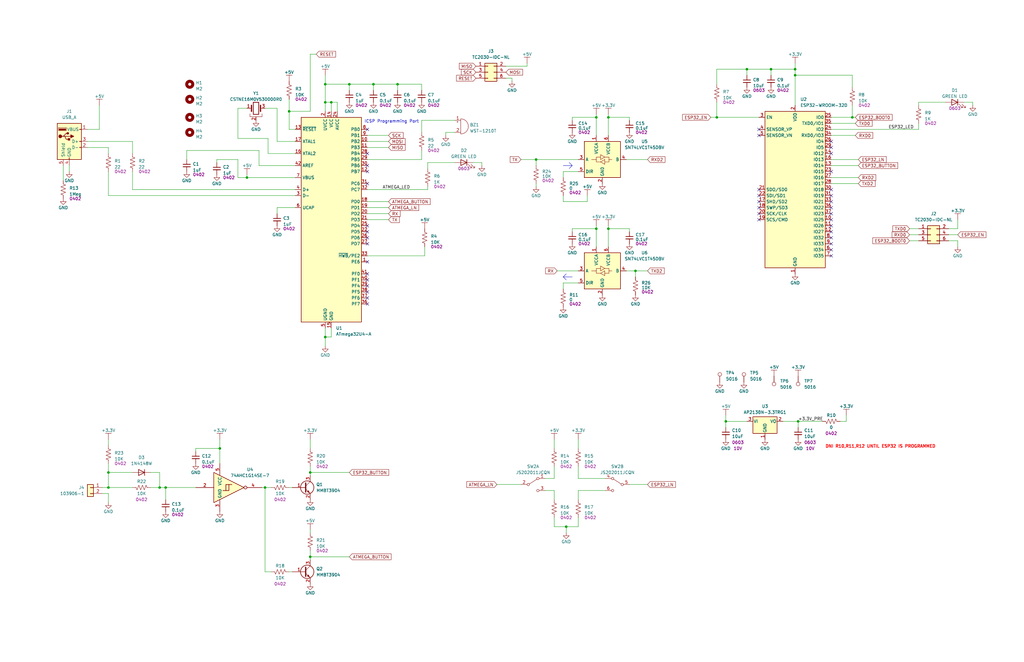
<source format=kicad_sch>
(kicad_sch (version 20230121) (generator eeschema)
  (paper "B")
  (lib_symbols
    (symbol "1Jarrett_Symbol_Library:+5V" (power) (pin_names (offset 0))
      (property "Value" "+5V" (at 0 3.81 0))
      (symbol "+5V_1_1"
        (pin power_in line (at 0 0 90) (length 0) hide (name "+5V") (number "1"))
      )
    )
    (symbol "74xGxx:74AHC1G14"
      (property "Reference" "U" (at -2.54 3.81 0))
      (property "Value" "74AHC1G14" (at 0 -3.81 0))
      (symbol "74AHC1G14_1_1"
        (pin input line (at -15.24 0 0) (length 7.62) (name "~") (number "2"))
        (pin power_in line (at -5.08 -10.16 90) (length 5.08) (name "GND") (number "3"))
        (pin output inverted (at 12.7 0 180) (length 7.62) (name "~") (number "4"))
        (pin power_in line (at -5.08 10.16 270) (length 5.08) (name "VCC") (number "5"))
      )
    )
    (symbol "Connector:TestPoint" (pin_numbers hide) (pin_names (offset 0.762) hide)
      (property "Reference" "TP" (at 0 6.858 0))
      (property "Value" "TestPoint" (at 0 5.08 0))
      (symbol "TestPoint_1_1"
        (pin passive line (at 0 0 90) (length 2.54) (name "1") (number "1"))
      )
    )
    (symbol "Connector:USB_A" (pin_names (offset 1.016))
      (property "Reference" "J" (at -5.08 11.43 0))
      (property "Value" "USB_A" (at -5.08 8.89 0))
      (symbol "USB_A_1_1"
        (pin power_in line (at 7.62 5.08 180) (length 2.54) (name "VBUS") (number "1"))
        (pin bidirectional line (at 7.62 -2.54 180) (length 2.54) (name "D-") (number "2"))
        (pin bidirectional line (at 7.62 0 180) (length 2.54) (name "D+") (number "3"))
        (pin power_in line (at 0 -10.16 90) (length 2.54) (name "GND") (number "4"))
        (pin passive line (at -2.54 -10.16 90) (length 2.54) (name "Shield") (number "5"))
      )
    )
    (symbol "Connector_Generic:Conn_01x02" (pin_names (offset 1.016) hide)
      (property "Reference" "J" (at 0 2.54 0))
      (property "Value" "Conn_01x02" (at 0 -5.08 0))
      (symbol "Conn_01x02_1_1"
        (pin passive line (at -5.08 0 0) (length 3.81) (name "Pin_1") (number "1"))
        (pin passive line (at -5.08 -2.54 0) (length 3.81) (name "Pin_2") (number "2"))
      )
    )
    (symbol "Connector_Generic:Conn_02x03_Odd_Even" (pin_names (offset 1.016) hide)
      (property "Reference" "J" (at 1.27 5.08 0))
      (property "Value" "Conn_02x03_Odd_Even" (at 1.27 -5.08 0))
      (symbol "Conn_02x03_Odd_Even_1_1"
        (pin passive line (at -5.08 2.54 0) (length 3.81) (name "Pin_1") (number "1"))
        (pin passive line (at 7.62 2.54 180) (length 3.81) (name "Pin_2") (number "2"))
        (pin passive line (at -5.08 0 0) (length 3.81) (name "Pin_3") (number "3"))
        (pin passive line (at 7.62 0 180) (length 3.81) (name "Pin_4") (number "4"))
        (pin passive line (at -5.08 -2.54 0) (length 3.81) (name "Pin_5") (number "5"))
        (pin passive line (at 7.62 -2.54 180) (length 3.81) (name "Pin_6") (number "6"))
      )
    )
    (symbol "Device:Buzzer" (pin_names (offset 0.0254) hide)
      (property "Reference" "BZ" (at 3.81 1.27 0))
      (property "Value" "Buzzer" (at 3.81 -1.27 0))
      (symbol "Buzzer_1_1"
        (pin passive line (at -2.54 2.54 0) (length 2.54) (name "-") (number "1"))
        (pin passive line (at -2.54 -2.54 0) (length 2.54) (name "+") (number "2"))
      )
    )
    (symbol "Device:C_Small" (pin_numbers hide) (pin_names (offset 0.254) hide)
      (property "Reference" "C" (at 0.254 1.778 0))
      (property "Value" "C_Small" (at 0.254 -2.032 0))
      (symbol "C_Small_1_1"
        (pin passive line (at 0 2.54 270) (length 2.032) (name "~") (number "1"))
        (pin passive line (at 0 -2.54 90) (length 2.032) (name "~") (number "2"))
      )
    )
    (symbol "Device:Crystal_GND2" (pin_names (offset 1.016) hide)
      (property "Reference" "Y" (at 0 5.715 0))
      (property "Value" "Crystal_GND2" (at 0 3.81 0))
      (symbol "Crystal_GND2_1_1"
        (pin passive line (at -3.81 0 0) (length 1.27) (name "1") (number "1"))
        (pin passive line (at 0 -5.08 90) (length 1.27) (name "2") (number "2"))
        (pin passive line (at 3.81 0 180) (length 1.27) (name "3") (number "3"))
      )
    )
    (symbol "Device:LED" (pin_numbers hide) (pin_names (offset 1.016) hide)
      (property "Reference" "D" (at 0 2.54 0))
      (property "Value" "LED" (at 0 -2.54 0))
      (symbol "LED_1_1"
        (pin passive line (at -3.81 0 0) (length 2.54) (name "K") (number "1"))
        (pin passive line (at 3.81 0 180) (length 2.54) (name "A") (number "2"))
      )
    )
    (symbol "Device:R_US" (pin_numbers hide) (pin_names (offset 0))
      (property "Reference" "R" (at 2.54 0 90))
      (property "Value" "R_US" (at -2.54 0 90))
      (symbol "R_US_1_1"
        (pin passive line (at 0 3.81 270) (length 1.27) (name "~") (number "1"))
        (pin passive line (at 0 -3.81 90) (length 1.27) (name "~") (number "2"))
      )
    )
    (symbol "Diode:1N4148W" (pin_numbers hide) (pin_names hide)
      (property "Reference" "D" (at 0 2.54 0))
      (property "Value" "1N4148W" (at 0 -2.54 0))
      (symbol "1N4148W_1_1"
        (pin passive line (at -3.81 0 0) (length 2.54) (name "K") (number "1"))
        (pin passive line (at 3.81 0 180) (length 2.54) (name "A") (number "2"))
      )
    )
    (symbol "Jannett_Symbol_Library:+3.3V" (power) (pin_names (offset 0))
      (property "Value" "+3.3V" (at 0 3.81 0))
      (symbol "+3.3V_1_1"
        (pin power_in line (at 0 0 90) (length 0) hide (name "+3.3V") (number "1"))
      )
    )
    (symbol "Jannett_Symbol_Library:+5V" (power) (pin_names (offset 0))
      (property "Value" "+5V" (at 0 3.81 0))
      (symbol "+5V_1_1"
        (pin power_in line (at 0 0 90) (length 0) hide (name "+5V") (number "1"))
      )
    )
    (symbol "Logic_LevelTranslator:SN74LVC1T45DBV"
      (property "Reference" "U" (at -6.35 8.89 0))
      (property "Value" "SN74LVC1T45DBV" (at 3.81 8.89 0))
      (symbol "SN74LVC1T45DBV_1_1"
        (pin power_in line (at -2.54 10.16 270) (length 2.54) (name "VCCA") (number "1"))
        (pin power_in line (at 0 -10.16 90) (length 2.54) (name "GND") (number "2"))
        (pin bidirectional line (at -10.16 0 0) (length 2.54) (name "A") (number "3"))
        (pin bidirectional line (at 10.16 0 180) (length 2.54) (name "B") (number "4"))
        (pin input line (at -10.16 -5.08 0) (length 2.54) (name "DIR") (number "5"))
        (pin power_in line (at 2.54 10.16 270) (length 2.54) (name "VCCB") (number "6"))
      )
    )
    (symbol "MCU_Microchip_ATmega:ATmega32U4-A"
      (property "Reference" "U" (at -12.7 44.45 0))
      (property "Value" "ATmega32U4-A" (at 2.54 -44.45 0))
      (symbol "ATmega32U4-A_1_1"
        (pin bidirectional line (at 15.24 -17.78 180) (length 2.54) (name "PE6") (number "1"))
        (pin bidirectional line (at 15.24 33.02 180) (length 2.54) (name "PB2") (number "10"))
        (pin bidirectional line (at 15.24 30.48 180) (length 2.54) (name "PB3") (number "11"))
        (pin bidirectional line (at 15.24 20.32 180) (length 2.54) (name "PB7") (number "12"))
        (pin input line (at -15.24 38.1 0) (length 2.54) (name "~{RESET}") (number "13"))
        (pin power_in line (at 0 45.72 270) (length 2.54) (name "VCC") (number "14"))
        (pin power_in line (at 0 -45.72 90) (length 2.54) (name "GND") (number "15"))
        (pin output line (at -15.24 27.94 0) (length 2.54) (name "XTAL2") (number "16"))
        (pin input line (at -15.24 33.02 0) (length 2.54) (name "XTAL1") (number "17"))
        (pin bidirectional line (at 15.24 7.62 180) (length 2.54) (name "PD0") (number "18"))
        (pin bidirectional line (at 15.24 5.08 180) (length 2.54) (name "PD1") (number "19"))
        (pin power_in line (at -2.54 45.72 270) (length 2.54) (name "UVCC") (number "2"))
        (pin bidirectional line (at 15.24 2.54 180) (length 2.54) (name "PD2") (number "20"))
        (pin bidirectional line (at 15.24 0 180) (length 2.54) (name "PD3") (number "21"))
        (pin bidirectional line (at 15.24 -5.08 180) (length 2.54) (name "PD5") (number "22"))
        (pin passive line (at 0 -45.72 90) (length 2.54) hide (name "GND") (number "23"))
        (pin power_in line (at 2.54 45.72 270) (length 2.54) (name "AVCC") (number "24"))
        (pin bidirectional line (at 15.24 -2.54 180) (length 2.54) (name "PD4") (number "25"))
        (pin bidirectional line (at 15.24 -7.62 180) (length 2.54) (name "PD6") (number "26"))
        (pin bidirectional line (at 15.24 -10.16 180) (length 2.54) (name "PD7") (number "27"))
        (pin bidirectional line (at 15.24 27.94 180) (length 2.54) (name "PB4") (number "28"))
        (pin bidirectional line (at 15.24 25.4 180) (length 2.54) (name "PB5") (number "29"))
        (pin bidirectional line (at -15.24 10.16 0) (length 2.54) (name "D-") (number "3"))
        (pin bidirectional line (at 15.24 22.86 180) (length 2.54) (name "PB6") (number "30"))
        (pin bidirectional line (at 15.24 15.24 180) (length 2.54) (name "PC6") (number "31"))
        (pin bidirectional line (at 15.24 12.7 180) (length 2.54) (name "PC7") (number "32"))
        (pin bidirectional line (at 15.24 -15.24 180) (length 2.54) (name "~{HWB}/PE2") (number "33"))
        (pin passive line (at 0 45.72 270) (length 2.54) hide (name "VCC") (number "34"))
        (pin passive line (at 0 -45.72 90) (length 2.54) hide (name "GND") (number "35"))
        (pin bidirectional line (at 15.24 -35.56 180) (length 2.54) (name "PF7") (number "36"))
        (pin bidirectional line (at 15.24 -33.02 180) (length 2.54) (name "PF6") (number "37"))
        (pin bidirectional line (at 15.24 -30.48 180) (length 2.54) (name "PF5") (number "38"))
        (pin bidirectional line (at 15.24 -27.94 180) (length 2.54) (name "PF4") (number "39"))
        (pin bidirectional line (at -15.24 12.7 0) (length 2.54) (name "D+") (number "4"))
        (pin bidirectional line (at 15.24 -25.4 180) (length 2.54) (name "PF1") (number "40"))
        (pin bidirectional line (at 15.24 -22.86 180) (length 2.54) (name "PF0") (number "41"))
        (pin passive line (at -15.24 22.86 0) (length 2.54) (name "AREF") (number "42"))
        (pin passive line (at 0 -45.72 90) (length 2.54) hide (name "GND") (number "43"))
        (pin passive line (at 2.54 45.72 270) (length 2.54) hide (name "AVCC") (number "44"))
        (pin passive line (at -2.54 -45.72 90) (length 2.54) (name "UGND") (number "5"))
        (pin passive line (at -15.24 5.08 0) (length 2.54) (name "UCAP") (number "6"))
        (pin input line (at -15.24 17.78 0) (length 2.54) (name "VBUS") (number "7"))
        (pin bidirectional line (at 15.24 38.1 180) (length 2.54) (name "PB0") (number "8"))
        (pin bidirectional line (at 15.24 35.56 180) (length 2.54) (name "PB1") (number "9"))
      )
    )
    (symbol "Mechanical:MountingHole" (pin_names (offset 1.016))
      (property "Reference" "H" (at 0 5.08 0))
      (property "Value" "MountingHole" (at 0 3.175 0))
    )
    (symbol "RF_Module:ESP32-WROOM-32D"
      (property "Reference" "U" (at -12.7 34.29 0))
      (property "Value" "ESP32-WROOM-32D" (at 1.27 34.29 0))
      (symbol "ESP32-WROOM-32D_1_1"
        (pin power_in line (at 0 -35.56 90) (length 2.54) (name "GND") (number "1"))
        (pin bidirectional line (at 15.24 -12.7 180) (length 2.54) (name "IO25") (number "10"))
        (pin bidirectional line (at 15.24 -15.24 180) (length 2.54) (name "IO26") (number "11"))
        (pin bidirectional line (at 15.24 -17.78 180) (length 2.54) (name "IO27") (number "12"))
        (pin bidirectional line (at 15.24 10.16 180) (length 2.54) (name "IO14") (number "13"))
        (pin bidirectional line (at 15.24 15.24 180) (length 2.54) (name "IO12") (number "14"))
        (pin passive line (at 0 -35.56 90) (length 2.54) hide (name "GND") (number "15"))
        (pin bidirectional line (at 15.24 12.7 180) (length 2.54) (name "IO13") (number "16"))
        (pin bidirectional line (at -15.24 -5.08 0) (length 2.54) (name "SHD/SD2") (number "17"))
        (pin bidirectional line (at -15.24 -7.62 0) (length 2.54) (name "SWP/SD3") (number "18"))
        (pin bidirectional line (at -15.24 -12.7 0) (length 2.54) (name "SCS/CMD") (number "19"))
        (pin power_in line (at 0 35.56 270) (length 2.54) (name "VDD") (number "2"))
        (pin bidirectional line (at -15.24 -10.16 0) (length 2.54) (name "SCK/CLK") (number "20"))
        (pin bidirectional line (at -15.24 0 0) (length 2.54) (name "SDO/SD0") (number "21"))
        (pin bidirectional line (at -15.24 -2.54 0) (length 2.54) (name "SDI/SD1") (number "22"))
        (pin bidirectional line (at 15.24 7.62 180) (length 2.54) (name "IO15") (number "23"))
        (pin bidirectional line (at 15.24 25.4 180) (length 2.54) (name "IO2") (number "24"))
        (pin bidirectional line (at 15.24 30.48 180) (length 2.54) (name "IO0") (number "25"))
        (pin bidirectional line (at 15.24 20.32 180) (length 2.54) (name "IO4") (number "26"))
        (pin bidirectional line (at 15.24 5.08 180) (length 2.54) (name "IO16") (number "27"))
        (pin bidirectional line (at 15.24 2.54 180) (length 2.54) (name "IO17") (number "28"))
        (pin bidirectional line (at 15.24 17.78 180) (length 2.54) (name "IO5") (number "29"))
        (pin input line (at -15.24 30.48 0) (length 2.54) (name "EN") (number "3"))
        (pin bidirectional line (at 15.24 0 180) (length 2.54) (name "IO18") (number "30"))
        (pin bidirectional line (at 15.24 -2.54 180) (length 2.54) (name "IO19") (number "31"))
        (pin no_connect line (at -12.7 -27.94 0) (length 2.54) hide (name "NC") (number "32"))
        (pin bidirectional line (at 15.24 -5.08 180) (length 2.54) (name "IO21") (number "33"))
        (pin bidirectional line (at 15.24 22.86 180) (length 2.54) (name "RXD0/IO3") (number "34"))
        (pin bidirectional line (at 15.24 27.94 180) (length 2.54) (name "TXD0/IO1") (number "35"))
        (pin bidirectional line (at 15.24 -7.62 180) (length 2.54) (name "IO22") (number "36"))
        (pin bidirectional line (at 15.24 -10.16 180) (length 2.54) (name "IO23") (number "37"))
        (pin passive line (at 0 -35.56 90) (length 2.54) hide (name "GND") (number "38"))
        (pin passive line (at 0 -35.56 90) (length 2.54) hide (name "GND") (number "39"))
        (pin input line (at -15.24 25.4 0) (length 2.54) (name "SENSOR_VP") (number "4"))
        (pin input line (at -15.24 22.86 0) (length 2.54) (name "SENSOR_VN") (number "5"))
        (pin input line (at 15.24 -25.4 180) (length 2.54) (name "IO34") (number "6"))
        (pin input line (at 15.24 -27.94 180) (length 2.54) (name "IO35") (number "7"))
        (pin bidirectional line (at 15.24 -20.32 180) (length 2.54) (name "IO32") (number "8"))
        (pin bidirectional line (at 15.24 -22.86 180) (length 2.54) (name "IO33") (number "9"))
      )
    )
    (symbol "Regulator_Linear:AP2127N3-1.5" (pin_names (offset 0.254))
      (property "Reference" "U" (at -3.81 3.175 0))
      (property "Value" "AP2127N3-1.5" (at 0 3.175 0))
      (symbol "AP2127N3-1.5_1_1"
        (pin power_in line (at 0 -7.62 90) (length 2.54) (name "GND") (number "1"))
        (pin power_out line (at 7.62 0 180) (length 2.54) (name "VO") (number "2"))
        (pin power_in line (at -7.62 0 0) (length 2.54) (name "VI") (number "3"))
      )
    )
    (symbol "Switch:SW_DPDT_x2" (pin_names (offset 0) hide)
      (property "Reference" "SW" (at 0 4.318 0))
      (property "Value" "SW_DPDT_x2" (at 0 -5.08 0))
      (symbol "SW_DPDT_x2_1_1"
        (pin passive line (at 5.08 2.54 180) (length 2.54) (name "A") (number "1"))
        (pin passive line (at -5.08 0 0) (length 2.54) (name "B") (number "2"))
        (pin passive line (at 5.08 -2.54 180) (length 2.54) (name "C") (number "3"))
      )
      (symbol "SW_DPDT_x2_2_1"
        (pin passive line (at 5.08 2.54 180) (length 2.54) (name "A") (number "4"))
        (pin passive line (at -5.08 0 0) (length 2.54) (name "B") (number "5"))
        (pin passive line (at 5.08 -2.54 180) (length 2.54) (name "C") (number "6"))
      )
    )
    (symbol "Transistor_BJT:MMBT3904" (pin_names (offset 0) hide)
      (property "Reference" "Q" (at 5.08 1.905 0))
      (property "Value" "MMBT3904" (at 5.08 0 0))
      (symbol "MMBT3904_1_1"
        (pin input line (at -5.08 0 0) (length 5.715) (name "B") (number "1"))
        (pin passive line (at 2.54 -5.08 90) (length 2.54) (name "E") (number "2"))
        (pin passive line (at 2.54 5.08 270) (length 2.54) (name "C") (number "3"))
      )
    )
    (symbol "power:GND" (power) (pin_names (offset 0))
      (property "Value" "GND" (at 0 -3.81 0))
      (symbol "GND_1_1"
        (pin power_in line (at 0 0 270) (length 0) hide (name "GND") (number "1"))
      )
    )
  )
  (junction (at 251.46 49.53))
  (junction (at 69.85 205.74))
  (junction (at 139.7 43.18))
  (junction (at 335.28 31.75))
  (junction (at 147.32 35.56))
  (junction (at 157.48 35.56))
  (junction (at 137.16 142.24))
  (junction (at 130.81 234.95))
  (junction (at 92.71 189.23))
  (junction (at 325.12 29.21))
  (junction (at 104.14 74.93))
  (junction (at 167.64 35.56))
  (junction (at 45.72 199.39))
  (junction (at 137.16 35.56))
  (junction (at 45.72 205.74))
  (junction (at 336.55 177.8))
  (junction (at 238.76 222.25))
  (junction (at 335.28 29.21))
  (junction (at 111.76 205.74))
  (junction (at 359.41 49.53))
  (junction (at 256.54 96.52))
  (junction (at 226.06 67.31))
  (junction (at 137.16 43.18))
  (junction (at 306.07 177.8))
  (junction (at 67.31 205.74))
  (junction (at 302.26 49.53))
  (junction (at 121.92 46.99))
  (junction (at 130.81 199.39))
  (junction (at 251.46 96.52))
  (junction (at 256.54 49.53))
  (junction (at 267.97 114.3))
  (junction (at 314.96 29.21))
  (no_connect (at 154.94 72.39))
  (no_connect (at 350.52 64.77))
  (no_connect (at 320.04 80.01))
  (no_connect (at 154.94 128.27))
  (no_connect (at 320.04 92.71))
  (no_connect (at 350.52 95.25))
  (no_connect (at 320.04 57.15))
  (no_connect (at 350.52 90.17))
  (no_connect (at 154.94 123.19))
  (no_connect (at 350.52 105.41))
  (no_connect (at 154.94 125.73))
  (no_connect (at 154.94 110.49))
  (no_connect (at 154.94 118.11))
  (no_connect (at 320.04 82.55))
  (no_connect (at 350.52 92.71))
  (no_connect (at 154.94 115.57))
  (no_connect (at 350.52 85.09))
  (no_connect (at 154.94 102.87))
  (no_connect (at 350.52 72.39))
  (no_connect (at 350.52 107.95))
  (no_connect (at 350.52 100.33))
  (no_connect (at 320.04 90.17))
  (no_connect (at 154.94 100.33))
  (no_connect (at 154.94 77.47))
  (no_connect (at 350.52 62.23))
  (no_connect (at 320.04 87.63))
  (no_connect (at 154.94 95.25))
  (no_connect (at 350.52 102.87))
  (no_connect (at 350.52 59.69))
  (no_connect (at 154.94 64.77))
  (no_connect (at 350.52 82.55))
  (no_connect (at 154.94 120.65))
  (no_connect (at 154.94 97.79))
  (no_connect (at 154.94 54.61))
  (no_connect (at 350.52 87.63))
  (no_connect (at 320.04 54.61))
  (no_connect (at 350.52 80.01))
  (no_connect (at 154.94 69.85))
  (no_connect (at 320.04 85.09))
  (no_connect (at 350.52 97.79))
  (wire (pts (xy 330.2 177.8) (xy 336.55 177.8)))
  (wire (pts (xy 359.41 49.53) (xy 350.52 49.53)))
  (wire (pts (xy 177.8 63.5) (xy 177.8 67.31)))
  (wire (pts (xy 256.54 48.26) (xy 256.54 49.53)))
  (wire (pts (xy 265.43 96.52) (xy 256.54 96.52)))
  (wire (pts (xy 100.33 58.42) (xy 113.03 58.42)))
  (wire (pts (xy 121.92 41.91) (xy 121.92 46.99)))
  (wire (pts (xy 177.8 50.8) (xy 191.77 50.8)))
  (wire (pts (xy 29.21 69.85) (xy 29.21 72.39)))
  (wire (pts (xy 167.64 35.56) (xy 157.48 35.56)))
  (wire (pts (xy 335.28 31.75) (xy 335.28 44.45)))
  (wire (pts (xy 121.92 205.74) (xy 123.19 205.74)))
  (wire (pts (xy 114.3 241.3) (xy 111.76 241.3)))
  (wire (pts (xy 237.49 119.38) (xy 237.49 121.92)))
  (wire (pts (xy 154.94 92.71) (xy 163.83 92.71)))
  (wire (pts (xy 403.86 96.52) (xy 400.05 96.52)))
  (wire (pts (xy 360.68 57.15) (xy 350.52 57.15)))
  (wire (pts (xy 177.8 38.1) (xy 177.8 35.56)))
  (wire (pts (xy 265.43 204.47) (xy 273.05 204.47)))
  (wire (pts (xy 69.85 205.74) (xy 69.85 210.82)))
  (wire (pts (xy 306.07 177.8) (xy 306.07 175.26)))
  (wire (pts (xy 36.83 62.23) (xy 45.72 62.23)))
  (wire (pts (xy 78.74 63.5) (xy 109.22 63.5)))
  (wire (pts (xy 403.86 99.06) (xy 400.05 99.06)))
  (wire (pts (xy 179.07 107.95) (xy 179.07 104.14)))
  (wire (pts (xy 121.92 46.99) (xy 121.92 54.61)))
  (wire (pts (xy 247.65 82.55) (xy 247.65 85.09)))
  (wire (pts (xy 55.88 80.01) (xy 124.46 80.01)))
  (wire (pts (xy 137.16 138.43) (xy 137.16 142.24)))
  (wire (pts (xy 306.07 177.8) (xy 306.07 180.34)))
  (wire (pts (xy 139.7 46.99) (xy 139.7 43.18)))
  (wire (pts (xy 243.84 207.01) (xy 243.84 210.82)))
  (wire (pts (xy 91.44 67.31) (xy 91.44 68.58)))
  (wire (pts (xy 237.49 85.09) (xy 247.65 85.09)))
  (wire (pts (xy 350.52 54.61) (xy 387.35 54.61)))
  (wire (pts (xy 130.81 232.41) (xy 130.81 234.95)))
  (wire (pts (xy 226.06 67.31) (xy 243.84 67.31)))
  (wire (pts (xy 251.46 95.25) (xy 251.46 96.52)))
  (wire (pts (xy 45.72 185.42) (xy 45.72 187.96)))
  (wire (pts (xy 226.06 78.74) (xy 226.06 77.47)))
  (wire (pts (xy 350.52 74.93) (xy 361.95 74.93)))
  (wire (pts (xy 43.18 208.28) (xy 45.72 208.28)))
  (wire (pts (xy 147.32 35.56) (xy 137.16 35.56)))
  (wire (pts (xy 229.87 201.93) (xy 233.68 201.93)))
  (wire (pts (xy 45.72 208.28) (xy 45.72 212.09)))
  (wire (pts (xy 403.86 104.14) (xy 403.86 101.6)))
  (wire (pts (xy 299.72 49.53) (xy 302.26 49.53)))
  (wire (pts (xy 130.81 234.95) (xy 130.81 236.22)))
  (wire (pts (xy 104.14 74.93) (xy 124.46 74.93)))
  (wire (pts (xy 167.64 38.1) (xy 167.64 35.56)))
  (wire (pts (xy 335.28 29.21) (xy 335.28 31.75)))
  (wire (pts (xy 69.85 205.74) (xy 82.55 205.74)))
  (wire (pts (xy 124.46 82.55) (xy 45.72 82.55)))
  (wire (pts (xy 264.16 67.31) (xy 273.05 67.31)))
  (wire (pts (xy 410.21 43.18) (xy 410.21 44.45)))
  (wire (pts (xy 226.06 67.31) (xy 226.06 69.85)))
  (wire (pts (xy 350.52 69.85) (xy 361.95 69.85)))
  (wire (pts (xy 383.54 99.06) (xy 387.35 99.06)))
  (wire (pts (xy 346.71 177.8) (xy 336.55 177.8)))
  (wire (pts (xy 111.76 205.74) (xy 114.3 205.74)))
  (wire (pts (xy 199.39 68.58) (xy 203.2 68.58)))
  (wire (pts (xy 113.03 64.77) (xy 113.03 58.42)))
  (wire (pts (xy 406.4 43.18) (xy 410.21 43.18)))
  (wire (pts (xy 233.68 222.25) (xy 233.68 218.44)))
  (wire (pts (xy 130.81 223.52) (xy 130.81 224.79)))
  (wire (pts (xy 124.46 64.77) (xy 113.03 64.77)))
  (wire (pts (xy 124.46 59.69) (xy 116.84 59.69)))
  (wire (pts (xy 237.49 72.39) (xy 237.49 74.93)))
  (wire (pts (xy 387.35 43.18) (xy 398.78 43.18)))
  (wire (pts (xy 243.84 72.39) (xy 237.49 72.39)))
  (wire (pts (xy 67.31 205.74) (xy 69.85 205.74)))
  (wire (pts (xy 314.96 177.8) (xy 306.07 177.8)))
  (wire (pts (xy 180.34 68.58) (xy 180.34 71.12)))
  (wire (pts (xy 137.16 31.75) (xy 137.16 35.56)))
  (wire (pts (xy 241.3 96.52) (xy 241.3 97.79)))
  (wire (pts (xy 45.72 205.74) (xy 55.88 205.74)))
  (wire (pts (xy 45.72 72.39) (xy 45.72 82.55)))
  (wire (pts (xy 233.68 210.82) (xy 233.68 207.01)))
  (wire (pts (xy 92.71 185.42) (xy 92.71 189.23)))
  (wire (pts (xy 41.91 44.45) (xy 41.91 54.61)))
  (polyline (pts (xy 238.76 118.11) (xy 237.49 116.84)))
  (wire (pts (xy 130.81 199.39) (xy 130.81 200.66)))
  (wire (pts (xy 142.24 46.99) (xy 142.24 43.18)))
  (wire (pts (xy 154.94 90.17) (xy 163.83 90.17)))
  (wire (pts (xy 243.84 222.25) (xy 238.76 222.25)))
  (wire (pts (xy 55.88 72.39) (xy 55.88 80.01)))
  (wire (pts (xy 256.54 96.52) (xy 256.54 104.14)))
  (wire (pts (xy 154.94 80.01) (xy 180.34 80.01)))
  (wire (pts (xy 45.72 199.39) (xy 45.72 205.74)))
  (wire (pts (xy 222.25 27.94) (xy 213.36 27.94)))
  (wire (pts (xy 26.67 69.85) (xy 26.67 76.2)))
  (wire (pts (xy 116.84 87.63) (xy 124.46 87.63)))
  (wire (pts (xy 130.81 22.86) (xy 133.35 22.86)))
  (wire (pts (xy 67.31 205.74) (xy 63.5 205.74)))
  (wire (pts (xy 167.64 35.56) (xy 177.8 35.56)))
  (wire (pts (xy 130.81 199.39) (xy 147.32 199.39)))
  (wire (pts (xy 403.86 101.6) (xy 400.05 101.6)))
  (wire (pts (xy 142.24 43.18) (xy 139.7 43.18)))
  (wire (pts (xy 359.41 31.75) (xy 359.41 36.83)))
  (wire (pts (xy 154.94 107.95) (xy 179.07 107.95)))
  (wire (pts (xy 251.46 104.14) (xy 251.46 96.52)))
  (wire (pts (xy 110.49 205.74) (xy 111.76 205.74)))
  (wire (pts (xy 265.43 50.8) (xy 265.43 49.53)))
  (wire (pts (xy 45.72 195.58) (xy 45.72 199.39)))
  (wire (pts (xy 187.96 55.88) (xy 187.96 57.15)))
  (wire (pts (xy 123.19 241.3) (xy 121.92 241.3)))
  (wire (pts (xy 137.16 142.24) (xy 137.16 146.05)))
  (polyline (pts (xy 241.3 69.85) (xy 240.03 71.12)))
  (wire (pts (xy 191.77 55.88) (xy 187.96 55.88)))
  (wire (pts (xy 78.74 63.5) (xy 78.74 67.31)))
  (wire (pts (xy 154.94 57.15) (xy 163.83 57.15)))
  (wire (pts (xy 124.46 54.61) (xy 121.92 54.61)))
  (wire (pts (xy 234.95 114.3) (xy 243.84 114.3)))
  (wire (pts (xy 383.54 101.6) (xy 387.35 101.6)))
  (wire (pts (xy 219.71 204.47) (xy 209.55 204.47)))
  (wire (pts (xy 403.86 92.71) (xy 403.86 96.52)))
  (wire (pts (xy 100.33 58.42) (xy 100.33 45.72)))
  (wire (pts (xy 325.12 29.21) (xy 335.28 29.21)))
  (wire (pts (xy 45.72 199.39) (xy 55.88 199.39)))
  (wire (pts (xy 360.68 49.53) (xy 359.41 49.53)))
  (wire (pts (xy 116.84 59.69) (xy 116.84 45.72)))
  (wire (pts (xy 267.97 114.3) (xy 273.05 114.3)))
  (wire (pts (xy 92.71 189.23) (xy 92.71 195.58)))
  (wire (pts (xy 154.94 87.63) (xy 163.83 87.63)))
  (wire (pts (xy 387.35 52.07) (xy 387.35 54.61)))
  (wire (pts (xy 163.83 85.09) (xy 154.94 85.09)))
  (wire (pts (xy 314.96 29.21) (xy 314.96 31.75)))
  (wire (pts (xy 256.54 49.53) (xy 256.54 57.15)))
  (wire (pts (xy 350.52 77.47) (xy 361.95 77.47)))
  (wire (pts (xy 264.16 114.3) (xy 267.97 114.3)))
  (wire (pts (xy 255.27 201.93) (xy 243.84 201.93)))
  (wire (pts (xy 180.34 78.74) (xy 180.34 80.01)))
  (wire (pts (xy 243.84 201.93) (xy 243.84 196.85)))
  (polyline (pts (xy 240.03 68.58) (xy 241.3 69.85)))
  (wire (pts (xy 243.84 119.38) (xy 237.49 119.38)))
  (polyline (pts (xy 237.49 116.84) (xy 241.3 116.84)))
  (wire (pts (xy 63.5 199.39) (xy 67.31 199.39)))
  (wire (pts (xy 121.92 46.99) (xy 130.81 46.99)))
  (wire (pts (xy 157.48 35.56) (xy 147.32 35.56)))
  (wire (pts (xy 243.84 218.44) (xy 243.84 222.25)))
  (wire (pts (xy 359.41 31.75) (xy 335.28 31.75)))
  (wire (pts (xy 116.84 90.17) (xy 116.84 87.63)))
  (wire (pts (xy 45.72 62.23) (xy 45.72 64.77)))
  (wire (pts (xy 147.32 35.56) (xy 147.32 38.1)))
  (wire (pts (xy 360.68 52.07) (xy 350.52 52.07)))
  (wire (pts (xy 251.46 57.15) (xy 251.46 49.53)))
  (wire (pts (xy 243.84 185.42) (xy 243.84 189.23)))
  (wire (pts (xy 109.22 69.85) (xy 109.22 63.5)))
  (wire (pts (xy 325.12 29.21) (xy 325.12 31.75)))
  (wire (pts (xy 222.25 26.67) (xy 222.25 27.94)))
  (wire (pts (xy 256.54 95.25) (xy 256.54 96.52)))
  (wire (pts (xy 325.12 29.21) (xy 314.96 29.21)))
  (wire (pts (xy 130.81 185.42) (xy 130.81 189.23)))
  (wire (pts (xy 251.46 48.26) (xy 251.46 49.53)))
  (wire (pts (xy 100.33 45.72) (xy 104.14 45.72)))
  (wire (pts (xy 111.76 241.3) (xy 111.76 205.74)))
  (polyline (pts (xy 237.49 116.84) (xy 238.76 115.57)))
  (wire (pts (xy 130.81 196.85) (xy 130.81 199.39)))
  (polyline (pts (xy 241.3 69.85) (xy 237.49 69.85)))
  (wire (pts (xy 203.2 68.58) (xy 203.2 69.85)))
  (wire (pts (xy 336.55 177.8) (xy 336.55 180.34)))
  (wire (pts (xy 359.41 44.45) (xy 359.41 49.53)))
  (wire (pts (xy 302.26 29.21) (xy 314.96 29.21)))
  (wire (pts (xy 137.16 43.18) (xy 137.16 46.99)))
  (wire (pts (xy 251.46 96.52) (xy 241.3 96.52)))
  (wire (pts (xy 154.94 67.31) (xy 177.8 67.31)))
  (wire (pts (xy 387.35 43.18) (xy 387.35 44.45)))
  (wire (pts (xy 82.55 190.5) (xy 82.55 189.23)))
  (wire (pts (xy 255.27 207.01) (xy 243.84 207.01)))
  (wire (pts (xy 383.54 96.52) (xy 387.35 96.52)))
  (wire (pts (xy 215.9 34.29) (xy 215.9 33.02)))
  (wire (pts (xy 237.49 82.55) (xy 237.49 85.09)))
  (wire (pts (xy 139.7 138.43) (xy 139.7 142.24)))
  (wire (pts (xy 36.83 59.69) (xy 55.88 59.69)))
  (wire (pts (xy 267.97 114.3) (xy 267.97 116.84)))
  (wire (pts (xy 124.46 69.85) (xy 109.22 69.85)))
  (wire (pts (xy 302.26 49.53) (xy 320.04 49.53)))
  (wire (pts (xy 154.94 62.23) (xy 163.83 62.23)))
  (wire (pts (xy 233.68 201.93) (xy 233.68 196.85)))
  (wire (pts (xy 139.7 43.18) (xy 137.16 43.18)))
  (wire (pts (xy 356.87 177.8) (xy 356.87 175.26)))
  (wire (pts (xy 233.68 185.42) (xy 233.68 189.23)))
  (wire (pts (xy 82.55 189.23) (xy 92.71 189.23)))
  (wire (pts (xy 67.31 199.39) (xy 67.31 205.74)))
  (wire (pts (xy 265.43 49.53) (xy 256.54 49.53)))
  (wire (pts (xy 238.76 222.25) (xy 233.68 222.25)))
  (wire (pts (xy 350.52 67.31) (xy 361.95 67.31)))
  (wire (pts (xy 43.18 205.74) (xy 45.72 205.74)))
  (wire (pts (xy 335.28 26.67) (xy 335.28 29.21)))
  (wire (pts (xy 302.26 35.56) (xy 302.26 29.21)))
  (wire (pts (xy 215.9 33.02) (xy 213.36 33.02)))
  (wire (pts (xy 177.8 55.88) (xy 177.8 50.8)))
  (wire (pts (xy 251.46 49.53) (xy 241.3 49.53)))
  (wire (pts (xy 36.83 54.61) (xy 41.91 54.61)))
  (wire (pts (xy 233.68 207.01) (xy 229.87 207.01)))
  (wire (pts (xy 219.71 67.31) (xy 226.06 67.31)))
  (wire (pts (xy 116.84 45.72) (xy 111.76 45.72)))
  (wire (pts (xy 238.76 222.25) (xy 238.76 224.79)))
  (wire (pts (xy 265.43 97.79) (xy 265.43 96.52)))
  (wire (pts (xy 180.34 68.58) (xy 191.77 68.58)))
  (wire (pts (xy 130.81 234.95) (xy 147.32 234.95)))
  (wire (pts (xy 157.48 35.56) (xy 157.48 38.1)))
  (wire (pts (xy 104.14 73.66) (xy 104.14 74.93)))
  (wire (pts (xy 139.7 142.24) (xy 137.16 142.24)))
  (wire (pts (xy 154.94 59.69) (xy 163.83 59.69)))
  (wire (pts (xy 241.3 49.53) (xy 241.3 50.8)))
  (wire (pts (xy 100.33 74.93) (xy 100.33 67.31)))
  (wire (pts (xy 104.14 74.93) (xy 100.33 74.93)))
  (wire (pts (xy 137.16 35.56) (xy 137.16 43.18)))
  (wire (pts (xy 55.88 59.69) (xy 55.88 64.77)))
  (wire (pts (xy 100.33 67.31) (xy 91.44 67.31)))
  (wire (pts (xy 356.87 177.8) (xy 354.33 177.8)))
  (wire (pts (xy 302.26 43.18) (xy 302.26 49.53)))
  (wire (pts (xy 130.81 22.86) (xy 130.81 46.99)))
  (text "DNI R10,R11,R12 UNTIL ESP32 IS PROGRAMMED" (at 347.98 189.23 0) (effects (font (size 1.27 1.27) (thickness 0.254) bold) (justify left bottom)))
  (text "ICSP Programming Port" (at 153.67 52.07 0) (effects (font (size 1.27 1.27)) (justify left bottom)))
  (label "ATMEGA_LED" (at 161.29 80.01 0))
  (label "+3.3V_PRE" (at 336.55 177.8 0))
  (label "ESP32_LED" (at 374.65 54.61 0))
  (global_label "ESP32_BUTTON" (shape input) (at 147.32 199.39 0) (property "Intersheetrefs" "${INTERSHEET_REFS}" (effects hide)))
  (global_label "ESP32_LN" (shape input) (at 273.05 204.47 0) (property "Intersheetrefs" "${INTERSHEET_REFS}" (effects hide)))
  (global_label "TXD0" (shape input) (at 360.68 52.07 0) (property "Intersheetrefs" "${INTERSHEET_REFS}" (effects hide)))
  (global_label "RXD0" (shape input) (at 383.54 99.06 180) (property "Intersheetrefs" "${INTERSHEET_REFS}" (effects hide)))
  (global_label "ESP32_EN" (shape input) (at 403.86 99.06 0) (property "Intersheetrefs" "${INTERSHEET_REFS}" (effects hide)))
  (global_label "RX" (shape input) (at 234.95 114.3 180) (property "Intersheetrefs" "${INTERSHEET_REFS}" (effects hide)))
  (global_label "ESP32_BOOT0" (shape input) (at 360.68 49.53 0) (property "Intersheetrefs" "${INTERSHEET_REFS}" (effects hide)))
  (global_label "TX" (shape input) (at 219.71 67.31 180) (property "Intersheetrefs" "${INTERSHEET_REFS}" (effects hide)))
  (global_label "SCK" (shape input) (at 200.66 30.48 180) (property "Intersheetrefs" "${INTERSHEET_REFS}" (effects hide)))
  (global_label "TXD0" (shape input) (at 383.54 96.52 180) (property "Intersheetrefs" "${INTERSHEET_REFS}" (effects hide)))
  (global_label "RXD2" (shape input) (at 273.05 67.31 0) (property "Intersheetrefs" "${INTERSHEET_REFS}" (effects hide)))
  (global_label "RXD2" (shape input) (at 361.95 74.93 0) (property "Intersheetrefs" "${INTERSHEET_REFS}" (effects hide)))
  (global_label "ATMEGA_BUTTON" (shape input) (at 163.83 85.09 0) (property "Intersheetrefs" "${INTERSHEET_REFS}" (effects hide)))
  (global_label "TX" (shape input) (at 163.83 92.71 0) (property "Intersheetrefs" "${INTERSHEET_REFS}" (effects hide)))
  (global_label "ESP32_BOOT0" (shape input) (at 383.54 101.6 180) (property "Intersheetrefs" "${INTERSHEET_REFS}" (effects hide)))
  (global_label "SCK" (shape input) (at 163.83 57.15 0) (property "Intersheetrefs" "${INTERSHEET_REFS}" (effects hide)))
  (global_label "ESP32_EN" (shape input) (at 299.72 49.53 180) (property "Intersheetrefs" "${INTERSHEET_REFS}" (effects hide)))
  (global_label "TXD2" (shape input) (at 361.95 77.47 0) (property "Intersheetrefs" "${INTERSHEET_REFS}" (effects hide)))
  (global_label "RESET" (shape input) (at 133.35 22.86 0) (property "Intersheetrefs" "${INTERSHEET_REFS}" (effects hide)))
  (global_label "RX" (shape input) (at 163.83 90.17 0) (property "Intersheetrefs" "${INTERSHEET_REFS}" (effects hide)))
  (global_label "ATMEGA_BUTTON" (shape input) (at 147.32 234.95 0) (property "Intersheetrefs" "${INTERSHEET_REFS}" (effects hide)))
  (global_label "ATMEGA_LN" (shape input) (at 209.55 204.47 180) (property "Intersheetrefs" "${INTERSHEET_REFS}" (effects hide)))
  (global_label "MOSI" (shape input) (at 213.36 30.48 0) (property "Intersheetrefs" "${INTERSHEET_REFS}" (effects hide)))
  (global_label "RXD0" (shape input) (at 360.68 57.15 0) (property "Intersheetrefs" "${INTERSHEET_REFS}" (effects hide)))
  (global_label "RESET" (shape input) (at 200.66 33.02 180) (property "Intersheetrefs" "${INTERSHEET_REFS}" (effects hide)))
  (global_label "ATMEGA_LN" (shape input) (at 163.83 87.63 0) (property "Intersheetrefs" "${INTERSHEET_REFS}" (effects hide)))
  (global_label "ESP32_BUTTON" (shape input) (at 361.95 69.85 0) (property "Intersheetrefs" "${INTERSHEET_REFS}" (effects hide)))
  (global_label "MOSI" (shape input) (at 163.83 59.69 0) (property "Intersheetrefs" "${INTERSHEET_REFS}" (effects hide)))
  (global_label "MISO" (shape input) (at 163.83 62.23 0) (property "Intersheetrefs" "${INTERSHEET_REFS}" (effects hide)))
  (global_label "TXD2" (shape input) (at 273.05 114.3 0) (property "Intersheetrefs" "${INTERSHEET_REFS}" (effects hide)))
  (global_label "MISO" (shape input) (at 200.66 27.94 180) (property "Intersheetrefs" "${INTERSHEET_REFS}" (effects hide)))
  (global_label "ESP32_LN" (shape input) (at 361.95 67.31 0) (property "Intersheetrefs" "${INTERSHEET_REFS}" (effects hide)))
  (symbol (lib_id "Device:C_Small") (at 306.07 182.88 0) (unit 1)
    (property "Reference" "C10" (at 308.61 181.6163 0) (effects (justify left)))
    (property "Value" "10uF" (at 308.61 184.1563 0) (effects (justify left)))
    (property "Footprint" "Capacitor_SMD:C_0603_1608Metric" (effects hide))
    (property "Voltage" "10V" (at 311.15 189.23 0))
    (property "Package" "0603" (at 311.15 186.69 0))
    (property "Part Number" "GRT188R61C106ME13D" (effects hide))
  )
  (symbol (lib_id "Device:R_US") (at 233.68 193.04 0) (unit 1)
    (property "Reference" "R14" (at 236.22 192.405 0) (effects (justify left)))
    (property "Value" "10K" (at 236.22 194.945 0) (effects (justify left)))
    (property "Footprint" "Resistor_SMD:R_0402_1005Metric" (effects hide))
    (property "Package" "0402" (at 238.76 196.85 0))
  )
  (symbol (lib_id "Device:R_US") (at 45.72 68.58 0) (unit 1)
    (property "Reference" "R1" (at 48.26 67.945 0) (effects (justify left)))
    (property "Value" "22" (at 48.26 70.485 0) (effects (justify left)))
    (property "Footprint" "Resistor_SMD:R_0402_1005Metric" (effects hide))
    (property "Package" "0402" (at 50.8 72.39 0))
  )
  (symbol (lib_id "power:GND") (at 254 77.47 0) (unit 1)
    (property "Reference" "#PWR054" (effects hide))
    (property "Value" "GND" (at 254 81.28 0))
  )
  (symbol (lib_id "power:GND") (at 78.74 72.39 0) (unit 1)
    (property "Reference" "#PWR03" (effects hide))
    (property "Value" "GND" (at 78.74 76.2 0))
  )
  (symbol (lib_id "Connector:TestPoint") (at 326.39 158.75 180) (unit 1)
    (property "Reference" "TP6" (at 328.93 160.782 0) (effects (justify right)))
    (property "Value" "5016" (at 328.93 163.322 0) (effects (justify right)))
    (property "Footprint" "Jarrett_Footprint_Library:TestPoint_Keystone_5016_Compact" (effects hide))
    (property "Package" "5016" (effects hide))
    (property "Part Number" "5016" (effects hide))
  )
  (symbol (lib_id "Device:C_Small") (at 69.85 213.36 0) (unit 1)
    (property "Reference" "C13" (at 72.39 212.7313 0) (effects (justify left)))
    (property "Value" "0.1uF" (at 72.39 215.2713 0) (effects (justify left)))
    (property "Footprint" "Capacitor_SMD:C_0402_1005Metric" (effects hide))
    (property "Package" "0402" (at 74.93 217.17 0))
  )
  (symbol (lib_id "power:GND") (at 167.64 43.18 0) (unit 1)
    (property "Reference" "#PWR014" (effects hide))
    (property "Value" "GND" (at 167.64 46.99 0))
  )
  (symbol (lib_id "Device:R_US") (at 26.67 80.01 0) (unit 1)
    (property "Reference" "R13" (at 29.21 79.375 0) (effects (justify left)))
    (property "Value" "1Meg" (at 29.21 81.915 0) (effects (justify left)))
    (property "Footprint" "Resistor_SMD:R_0402_1005Metric" (effects hide))
    (property "Package" "0402" (at 31.75 83.82 0))
  )
  (symbol (lib_id "Connector:TestPoint") (at 313.69 161.29 0) (unit 1)
    (property "Reference" "TP5" (at 316.23 157.353 0) (effects (justify left)))
    (property "Value" "5016" (at 316.23 159.893 0) (effects (justify left)))
    (property "Footprint" "Jarrett_Footprint_Library:TestPoint_Keystone_5016_Compact" (effects hide))
    (property "Package" "5016" (effects hide))
    (property "Part Number" "5016" (effects hide))
  )
  (symbol (lib_id "power:GND") (at 116.84 95.25 0) (unit 1)
    (property "Reference" "#PWR08" (effects hide))
    (property "Value" "GND" (at 116.84 99.06 0))
  )
  (symbol (lib_id "Device:R_US") (at 243.84 214.63 0) (unit 1)
    (property "Reference" "R17" (at 246.38 213.995 0) (effects (justify left)))
    (property "Value" "10K" (at 246.38 216.535 0) (effects (justify left)))
    (property "Footprint" "Resistor_SMD:R_0402_1005Metric" (effects hide))
    (property "Package" "0402" (at 248.92 218.44 0))
  )
  (symbol (lib_id "1Jarrett_Symbol_Library:+5V") (at 179.07 96.52 0) (unit 1)
    (property "Reference" "#PWR015" (effects hide))
    (property "Value" "+5V" (at 179.07 92.71 0))
  )
  (symbol (lib_id "Device:R_US") (at 267.97 120.65 0) (unit 1)
    (property "Reference" "R26" (at 270.51 119.38 0) (effects (justify left)))
    (property "Value" "10K" (at 270.51 120.65 0) (effects (justify left top)))
    (property "Footprint" "Resistor_SMD:R_0402_1005Metric" (effects hide))
    (property "Package" "0402" (at 273.05 123.19 0))
  )
  (symbol (lib_id "Device:R_US") (at 55.88 68.58 0) (unit 1)
    (property "Reference" "R2" (at 58.42 67.945 0) (effects (justify left)))
    (property "Value" "22" (at 58.42 70.485 0) (effects (justify left)))
    (property "Footprint" "Resistor_SMD:R_0402_1005Metric" (effects hide))
    (property "Package" "0402" (at 60.96 72.39 0))
  )
  (symbol (lib_id "power:GND") (at 137.16 146.05 0) (unit 1)
    (property "Reference" "#PWR011" (effects hide))
    (property "Value" "GND" (at 137.16 149.86 0))
  )
  (symbol (lib_id "Device:Crystal_GND2") (at 107.95 45.72 0) (unit 1)
    (property "Reference" "Y1" (at 107.95 39.37 0))
    (property "Value" "CSTNE16M0V530000R0" (at 107.95 41.91 0))
    (property "Footprint" "Crystal:Resonator_SMD_Murata_CSTxExxV-3Pin_3.0x1.1mm_HandSoldering" (effects hide))
    (property "Part Number" "CSTNE16M0V530000R0" (effects hide))
  )
  (symbol (lib_id "power:GND") (at 238.76 224.79 0) (unit 1)
    (property "Reference" "#PWR038" (effects hide))
    (property "Value" "GND" (at 238.76 228.6 0))
  )
  (symbol (lib_id "power:GND") (at 215.9 34.29 0) (unit 1)
    (property "Reference" "#PWR024" (effects hide))
    (property "Value" "GND" (at 215.9 38.1 0))
  )
  (symbol (lib_id "Device:R_US") (at 130.81 193.04 0) (unit 1)
    (property "Reference" "R20" (at 133.35 192.405 0) (effects (justify left)))
    (property "Value" "10K" (at 133.35 194.945 0) (effects (justify left)))
    (property "Footprint" "Resistor_SMD:R_0402_1005Metric" (effects hide))
    (property "Package" "0402" (at 135.89 196.85 0))
  )
  (symbol (lib_id "1Jarrett_Symbol_Library:+5V") (at 137.16 31.75 0) (unit 1)
    (property "Reference" "#PWR09" (effects hide))
    (property "Value" "+5V" (at 137.16 27.94 0))
  )
  (symbol (lib_id "Jannett_Symbol_Library:+5V") (at 326.39 158.75 0) (unit 1)
    (property "Reference" "#PWR035" (effects hide))
    (property "Value" "+5V" (at 326.39 154.94 0))
  )
  (symbol (lib_id "power:GND") (at 187.96 57.15 0) (unit 1)
    (property "Reference" "#PWR018" (effects hide))
    (property "Value" "GND" (at 187.96 60.96 0))
  )
  (symbol (lib_id "1Jarrett_Symbol_Library:+5V") (at 222.25 26.67 0) (unit 1)
    (property "Reference" "#PWR025" (effects hide))
    (property "Value" "+5V" (at 222.25 22.86 0))
  )
  (symbol (lib_id "Device:C_Small") (at 241.3 100.33 0) (unit 1)
    (property "Reference" "C16" (at 243.84 99.06 0) (effects (justify left)))
    (property "Value" "0.1uF" (at 243.84 100.33 0) (effects (justify left top)))
    (property "Footprint" "Capacitor_SMD:C_0402_1005Metric" (effects hide))
    (property "Package" "0402" (at 246.38 102.87 0))
  )
  (symbol (lib_id "Connector:USB_A") (at 29.21 59.69 0) (unit 1)
    (property "Reference" "J1" (at 29.21 46.99 0))
    (property "Value" "USB_A" (at 29.21 49.53 0))
    (property "Footprint" "Jarrett_Footprint_Library:USB_MALE_A_480370001" (effects hide))
    (property "Datasheet" " ~" (effects hide))
    (property "Part Number" "480370001" (effects hide))
  )
  (symbol (lib_id "74xGxx:74AHC1G14") (at 97.79 205.74 0) (unit 1)
    (property "Reference" "U4" (at 105.41 198.12 0))
    (property "Value" "74AHC1G14SE-7" (at 105.41 200.66 0))
    (property "Footprint" "Package_TO_SOT_SMD:SOT-353_SC-70-5_Handsoldering" (effects hide))
    (property "Datasheet" "https://www.ti.com/lit/ds/symlink/sn74lvc1g14.pdf" (effects hide))
    (property "Part Number" "74AHC1G14SE-7" (effects hide))
  )
  (symbol (lib_id "Jannett_Symbol_Library:+5V") (at 306.07 175.26 0) (unit 1)
    (property "Reference" "#PWR028" (effects hide))
    (property "Value" "+5V" (at 306.07 171.45 0))
  )
  (symbol (lib_id "power:GND") (at 91.44 73.66 0) (unit 1)
    (property "Reference" "#PWR04" (effects hide))
    (property "Value" "GND" (at 91.44 77.47 0))
  )
  (symbol (lib_id "Jannett_Symbol_Library:+3.3V") (at 243.84 185.42 0) (mirror y) (unit 1)
    (property "Reference" "#PWR039" (effects hide))
    (property "Value" "+3.3V" (at 243.84 181.61 0))
  )
  (symbol (lib_id "power:GND") (at 69.85 215.9 0) (unit 1)
    (property "Reference" "#PWR048" (effects hide))
    (property "Value" "GND" (at 69.85 219.71 0))
  )
  (symbol (lib_id "Device:Buzzer") (at 194.31 53.34 0) (unit 1)
    (property "Reference" "BZ1" (at 198.12 52.705 0) (effects (justify left)))
    (property "Value" "WST-1210T" (at 198.12 55.245 0) (effects (justify left)))
    (property "Footprint" "Buzzer_Beeper:Buzzer_12x9.5RM7.6" (effects hide))
    (property "Part Number" "WST-1210T" (effects hide))
  )
  (symbol (lib_id "power:GND") (at 29.21 72.39 0) (unit 1)
    (property "Reference" "#PWR01" (effects hide))
    (property "Value" "GND" (at 29.21 76.2 0))
  )
  (symbol (lib_id "power:GND") (at 335.28 115.57 0) (unit 1)
    (property "Reference" "#PWR022" (effects hide))
    (property "Value" "GND" (at 335.28 119.38 0))
  )
  (symbol (lib_id "1Jarrett_Symbol_Library:+5V") (at 130.81 223.52 0) (unit 1)
    (property "Reference" "#PWR047" (effects hide))
    (property "Value" "+5V" (at 130.81 219.71 0))
  )
  (symbol (lib_id "Device:R_US") (at 121.92 38.1 0) (unit 1)
    (property "Reference" "R3" (at 124.46 37.465 0) (effects (justify left)))
    (property "Value" "10K" (at 124.46 40.005 0) (effects (justify left)))
    (property "Footprint" "Resistor_SMD:R_0402_1005Metric" (effects hide))
    (property "Package" "0402" (at 127 41.91 0))
  )
  (symbol (lib_id "Mechanical:MountingHole") (at 80.01 35.56 0) (unit 1)
    (property "Reference" "H1" (at 82.55 34.925 0) (effects (justify left)))
    (property "Value" "M2" (at 82.55 37.465 0) (effects (justify left)))
    (property "Footprint" "MountingHole:MountingHole_2.2mm_M2" (effects hide))
  )
  (symbol (lib_id "Connector_Generic:Conn_01x02") (at 38.1 205.74 0) (mirror y) (unit 1)
    (property "Reference" "J4" (at 35.56 205.74 0) (effects (justify left)))
    (property "Value" "103906-1" (at 35.56 208.28 0) (effects (justify left)))
    (property "Footprint" "Jarrett_Footprint_Library:TE_103906-1" (effects hide))
    (property "Part Number" "103906-1" (effects hide))
  )
  (symbol (lib_id "power:GND") (at 147.32 43.18 0) (unit 1)
    (property "Reference" "#PWR012" (effects hide))
    (property "Value" "GND" (at 147.32 46.99 0))
  )
  (symbol (lib_id "power:GND") (at 107.95 50.8 0) (unit 1)
    (property "Reference" "#PWR06" (effects hide))
    (property "Value" "GND" (at 107.95 54.61 0))
  )
  (symbol (lib_id "Device:C_Small") (at 336.55 182.88 0) (unit 1)
    (property "Reference" "C11" (at 339.09 181.6163 0) (effects (justify left)))
    (property "Value" "10uF" (at 339.09 184.1563 0) (effects (justify left)))
    (property "Footprint" "Capacitor_SMD:C_0603_1608Metric" (effects hide))
    (property "Voltage" "10V" (at 341.63 189.23 0))
    (property "Package" "0603" (at 341.63 186.69 0))
    (property "Part Number" "GRT188R61C106ME13D" (effects hide))
  )
  (symbol (lib_id "Logic_LevelTranslator:SN74LVC1T45DBV") (at 254 114.3 0) (unit 1)
    (property "Reference" "U6" (at 271.78 106.68 0))
    (property "Value" "SN74LVC1T45DBV" (at 271.78 109.22 0))
    (property "Footprint" "Package_TO_SOT_SMD:SOT-23-6" (effects hide))
    (property "Datasheet" "http://www.ti.com/lit/ds/symlink/sn74lvc1t45.pdf" (effects hide))
    (property "Part Number" "SN74LVC1T45DBV" (effects hide))
  )
  (symbol (lib_id "Logic_LevelTranslator:SN74LVC1T45DBV") (at 254 67.31 0) (unit 1)
    (property "Reference" "U5" (at 271.78 59.69 0))
    (property "Value" "SN74LVC1T45DBV" (at 271.78 62.23 0))
    (property "Footprint" "Package_TO_SOT_SMD:SOT-23-6" (effects hide))
    (property "Datasheet" "http://www.ti.com/lit/ds/symlink/sn74lvc1t45.pdf" (effects hide))
    (property "Part Number" "SN74LVC1T45DBV" (effects hide))
  )
  (symbol (lib_id "power:GND") (at 325.12 36.83 0) (unit 1)
    (property "Reference" "#PWR019" (effects hide))
    (property "Value" "GND" (at 325.12 40.64 0))
  )
  (symbol (lib_id "power:GND") (at 226.06 78.74 0) (unit 1)
    (property "Reference" "#PWR010" (effects hide))
    (property "Value" "GND" (at 226.06 82.55 0))
  )
  (symbol (lib_id "Device:R_US") (at 243.84 193.04 0) (unit 1)
    (property "Reference" "R15" (at 246.38 192.405 0) (effects (justify left)))
    (property "Value" "10K" (at 246.38 194.945 0) (effects (justify left)))
    (property "Footprint" "Resistor_SMD:R_0402_1005Metric" (effects hide))
    (property "Package" "0402" (at 248.92 196.85 0))
  )
  (symbol (lib_id "Device:R_US") (at 237.49 125.73 0) (unit 1)
    (property "Reference" "R11" (at 240.03 124.46 0) (effects (justify left)))
    (property "Value" "0" (at 240.03 125.73 0) (effects (justify left top)))
    (property "Footprint" "Resistor_SMD:R_0402_1005Metric" (effects hide))
    (property "Package" "0402" (at 242.57 128.27 0))
  )
  (symbol (lib_id "1Jarrett_Symbol_Library:+5V") (at 41.91 44.45 0) (unit 1)
    (property "Reference" "#PWR02" (effects hide))
    (property "Value" "+5V" (at 41.91 40.64 0))
  )
  (symbol (lib_id "Device:R_US") (at 302.26 39.37 0) (unit 1)
    (property "Reference" "R7" (at 304.8 38.735 0) (effects (justify left)))
    (property "Value" "10K" (at 304.8 41.275 0) (effects (justify left)))
    (property "Footprint" "Resistor_SMD:R_0402_1005Metric" (effects hide))
    (property "Package" "0402" (at 307.34 43.18 0))
  )
  (symbol (lib_id "power:GND") (at 410.21 44.45 0) (unit 1)
    (property "Reference" "#PWR027" (effects hide))
    (property "Value" "GND" (at 410.21 48.26 0))
  )
  (symbol (lib_id "power:GND") (at 26.67 83.82 0) (unit 1)
    (property "Reference" "#PWR037" (effects hide))
    (property "Value" "GND" (at 26.67 87.63 0))
  )
  (symbol (lib_id "Jannett_Symbol_Library:+3.3V") (at 256.54 95.25 0) (mirror y) (unit 1)
    (property "Reference" "#PWR062" (effects hide))
    (property "Value" "+3.3V" (at 256.54 91.44 0))
  )
  (symbol (lib_id "Device:C_Small") (at 177.8 40.64 0) (unit 1)
    (property "Reference" "C7" (at 180.34 40.0113 0) (effects (justify left)))
    (property "Value" "0.1uF" (at 180.34 42.5513 0) (effects (justify left)))
    (property "Footprint" "Capacitor_SMD:C_0402_1005Metric" (effects hide))
    (property "Package" "0402" (at 182.88 44.45 0))
  )
  (symbol (lib_id "power:GND") (at 82.55 195.58 0) (unit 1)
    (property "Reference" "#PWR043" (effects hide))
    (property "Value" "GND" (at 82.55 199.39 0))
  )
  (symbol (lib_id "power:GND") (at 177.8 43.18 0) (unit 1)
    (property "Reference" "#PWR017" (effects hide))
    (property "Value" "GND" (at 177.8 46.99 0))
  )
  (symbol (lib_id "Jannett_Symbol_Library:+3.3V") (at 335.28 26.67 0) (mirror y) (unit 1)
    (property "Reference" "#PWR020" (effects hide))
    (property "Value" "+3.3V" (at 335.28 22.86 0))
  )
  (symbol (lib_id "power:GND") (at 322.58 185.42 0) (unit 1)
    (property "Reference" "#PWR030" (effects hide))
    (property "Value" "GND" (at 322.58 189.23 0))
  )
  (symbol (lib_id "Transistor_BJT:MMBT3904") (at 128.27 205.74 0) (unit 1)
    (property "Reference" "Q1" (at 133.35 204.47 0) (effects (justify left)))
    (property "Value" "MMBT3904" (at 133.35 207.01 0) (effects (justify left)))
    (property "Footprint" "Package_TO_SOT_SMD:SOT-23" (effects hide))
    (property "Datasheet" "https://www.onsemi.com/pdf/datasheet/pzt3904-d.pdf" (effects hide))
    (property "Package" "SOT-23-3" (effects hide))
    (property "Part Number" "MMBT3904" (effects hide))
  )
  (symbol (lib_id "Switch:SW_DPDT_x2") (at 224.79 204.47 0) (unit 1)
    (property "Reference" "SW2" (at 224.79 196.85 0))
    (property "Value" "JS202011JCQN" (at 224.79 199.39 0))
    (property "Footprint" "Jarrett_Footprint_Library:SW_DPDT_CK_JS202011JCQN" (effects hide))
    (property "Part Number" "JS202011JCQN" (effects hide))
  )
  (symbol (lib_id "Device:LED") (at 195.58 68.58 0) (mirror y) (unit 1)
    (property "Reference" "D2" (at 195.58 63.5 0))
    (property "Value" "GREEN LED" (at 195.58 66.04 0))
    (property "Footprint" "LED_SMD:LED_0603_1608Metric_Pad1.05x0.95mm_HandSolder" (effects hide))
    (property "Package" "0603" (at 195.58 71.12 0))
  )
  (symbol (lib_id "power:GND") (at 303.53 161.29 0) (unit 1)
    (property "Reference" "#PWR033" (effects hide))
    (property "Value" "GND" (at 303.53 165.1 0))
  )
  (symbol (lib_id "Device:C_Small") (at 265.43 53.34 0) (unit 1)
    (property "Reference" "C15" (at 267.97 52.07 0) (effects (justify left)))
    (property "Value" "0.1uF" (at 267.97 53.34 0) (effects (justify left top)))
    (property "Footprint" "Capacitor_SMD:C_0402_1005Metric" (effects hide))
    (property "Package" "0402" (at 270.51 55.88 0))
  )
  (symbol (lib_id "RF_Module:ESP32-WROOM-32D") (at 335.28 80.01 0) (unit 1)
    (property "Reference" "U2" (at 337.4741 41.91 0) (effects (justify left)))
    (property "Value" "ESP32-WROOM-32D" (at 337.4741 44.45 0) (effects (justify left)))
    (property "Footprint" "Jarrett_Footprint_Library:ESP32-WROOM-32D_no_vias" (effects hide))
    (property "Datasheet" "https://www.espressif.com/sites/default/files/documentation/esp32-wroom-32d_esp32-wroom-32u_datasheet_en.pdf" (effects hide))
    (property "Part Number" "ESP32-WROOM-32D" (effects hide))
  )
  (symbol (lib_id "Device:C_Small") (at 116.84 92.71 0) (unit 1)
    (property "Reference" "C3" (at 119.38 92.0813 0) (effects (justify left)))
    (property "Value" "1uF" (at 119.38 94.6213 0) (effects (justify left)))
    (property "Footprint" "Capacitor_SMD:C_0402_1005Metric" (effects hide))
    (property "Package" "0402" (at 121.92 96.52 0))
    (property "Part Number" "GMC04X5R105K16NT" (effects hide))
  )
  (symbol (lib_id "Regulator_Linear:AP2127N3-1.5") (at 322.58 177.8 0) (unit 1)
    (property "Reference" "U3" (at 322.58 171.45 0))
    (property "Value" "AP2138N-3.3TRG1" (at 322.58 173.99 0))
    (property "Footprint" "Package_TO_SOT_SMD:TSOT-23" (effects hide))
    (property "Datasheet" "https://www.diodes.com/assets/Datasheets/AP2127.pdf" (effects hide))
    (property "Package" "SOT-23-3" (effects hide))
    (property "Part Number" "AP2138N-3.3TRG1" (effects hide))
  )
  (symbol (lib_id "Device:C_Small") (at 265.43 100.33 0) (unit 1)
    (property "Reference" "C17" (at 267.97 99.06 0) (effects (justify left)))
    (property "Value" "0.1uF" (at 267.97 100.33 0) (effects (justify left top)))
    (property "Footprint" "Capacitor_SMD:C_0402_1005Metric" (effects hide))
    (property "Package" "0402" (at 270.51 102.87 0))
  )
  (symbol (lib_id "power:GND") (at 265.43 55.88 0) (unit 1)
    (property "Reference" "#PWR055" (effects hide))
    (property "Value" "GND" (at 265.43 59.69 0))
  )
  (symbol (lib_id "power:GND") (at 92.71 215.9 0) (unit 1)
    (property "Reference" "#PWR042" (effects hide))
    (property "Value" "GND" (at 92.71 219.71 0))
  )
  (symbol (lib_id "power:GND") (at 254 124.46 0) (unit 1)
    (property "Reference" "#PWR059" (effects hide))
    (property "Value" "GND" (at 254 128.27 0))
  )
  (symbol (lib_id "power:GND") (at 203.2 69.85 0) (unit 1)
    (property "Reference" "#PWR021" (effects hide))
    (property "Value" "GND" (at 203.2 73.66 0))
  )
  (symbol (lib_id "Device:R_US") (at 177.8 59.69 0) (unit 1)
    (property "Reference" "R5" (at 180.34 59.055 0) (effects (justify left)))
    (property "Value" "22" (at 180.34 61.595 0) (effects (justify left)))
    (property "Footprint" "Resistor_SMD:R_0402_1005Metric" (effects hide))
    (property "Package" "0402" (at 182.88 63.5 0))
  )
  (symbol (lib_id "Mechanical:MountingHole") (at 80.01 49.53 0) (unit 1)
    (property "Reference" "H3" (at 82.55 48.895 0) (effects (justify left)))
    (property "Value" "M2" (at 82.55 51.435 0) (effects (justify left)))
    (property "Footprint" "MountingHole:MountingHole_2.2mm_M2" (effects hide))
  )
  (symbol (lib_id "1Jarrett_Symbol_Library:+5V") (at 247.65 82.55 0) (unit 1)
    (property "Reference" "#PWR052" (effects hide))
    (property "Value" "+5V" (at 247.65 78.74 0))
  )
  (symbol (lib_id "Device:C_Small") (at 91.44 71.12 0) (unit 1)
    (property "Reference" "C2" (at 93.98 70.4913 0) (effects (justify left)))
    (property "Value" "1uF" (at 93.98 73.0313 0) (effects (justify left)))
    (property "Footprint" "Capacitor_SMD:C_0402_1005Metric" (effects hide))
    (property "Package" "0402" (at 96.52 74.93 0))
    (property "Part Number" "GMC04X5R105K16NT" (effects hide))
  )
  (symbol (lib_id "Jannett_Symbol_Library:+3.3V") (at 92.71 185.42 0) (mirror y) (unit 1)
    (property "Reference" "#PWR041" (effects hide))
    (property "Value" "+3.3V" (at 92.71 181.61 0))
  )
  (symbol (lib_id "power:GND") (at 157.48 43.18 0) (unit 1)
    (property "Reference" "#PWR013" (effects hide))
    (property "Value" "GND" (at 157.48 46.99 0))
  )
  (symbol (lib_id "1Jarrett_Symbol_Library:+5V") (at 251.46 48.26 0) (unit 1)
    (property "Reference" "#PWR053" (effects hide))
    (property "Value" "+5V" (at 251.46 44.45 0))
  )
  (symbol (lib_id "Device:R_US") (at 233.68 214.63 0) (unit 1)
    (property "Reference" "R16" (at 236.22 213.995 0) (effects (justify left)))
    (property "Value" "10K" (at 236.22 216.535 0) (effects (justify left)))
    (property "Footprint" "Resistor_SMD:R_0402_1005Metric" (effects hide))
    (property "Package" "0402" (at 238.76 218.44 0))
  )
  (symbol (lib_id "Device:C_Small") (at 147.32 40.64 0) (unit 1)
    (property "Reference" "C4" (at 149.86 40.0113 0) (effects (justify left)))
    (property "Value" "1uF" (at 149.86 42.5513 0) (effects (justify left)))
    (property "Footprint" "Capacitor_SMD:C_0402_1005Metric" (effects hide))
    (property "Package" "0402" (at 152.4 44.45 0))
    (property "Part Number" "GMC04X5R105K16NT" (effects hide))
  )
  (symbol (lib_id "Device:C_Small") (at 82.55 193.04 0) (unit 1)
    (property "Reference" "C12" (at 85.09 192.4113 0) (effects (justify left)))
    (property "Value" "0.1uF" (at 85.09 194.9513 0) (effects (justify left)))
    (property "Footprint" "Capacitor_SMD:C_0402_1005Metric" (effects hide))
    (property "Package" "0402" (at 87.63 196.85 0))
  )
  (symbol (lib_id "Device:R_US") (at 387.35 48.26 0) (unit 1)
    (property "Reference" "R9" (at 389.89 47.625 0) (effects (justify left)))
    (property "Value" "1K" (at 389.89 50.165 0) (effects (justify left)))
    (property "Footprint" "Resistor_SMD:R_0402_1005Metric" (effects hide))
    (property "Package" "0402" (at 392.43 52.07 0))
  )
  (symbol (lib_id "power:GND") (at 237.49 129.54 0) (unit 1)
    (property "Reference" "#PWR056" (effects hide))
    (property "Value" "GND" (at 237.49 133.35 0))
  )
  (symbol (lib_id "Device:C_Small") (at 241.3 53.34 0) (unit 1)
    (property "Reference" "C14" (at 243.84 52.07 0) (effects (justify left)))
    (property "Value" "0.1uF" (at 243.84 53.34 0) (effects (justify left top)))
    (property "Footprint" "Capacitor_SMD:C_0402_1005Metric" (effects hide))
    (property "Package" "0402" (at 246.38 55.88 0))
  )
  (symbol (lib_id "power:GND") (at 130.81 210.82 0) (unit 1)
    (property "Reference" "#PWR044" (effects hide))
    (property "Value" "GND" (at 130.81 214.63 0))
  )
  (symbol (lib_id "Device:C_Small") (at 325.12 34.29 0) (unit 1)
    (property "Reference" "C9" (at 327.66 33.6613 0) (effects (justify left)))
    (property "Value" "0.1uF" (at 327.66 36.2013 0) (effects (justify left)))
    (property "Footprint" "Capacitor_SMD:C_0402_1005Metric" (effects hide))
    (property "Package" "0402" (at 330.2 38.1 0))
  )
  (symbol (lib_id "Device:R_US") (at 180.34 74.93 0) (unit 1)
    (property "Reference" "R6" (at 182.88 74.295 0) (effects (justify left)))
    (property "Value" "1K" (at 182.88 76.835 0) (effects (justify left)))
    (property "Footprint" "Resistor_SMD:R_0402_1005Metric" (effects hide))
    (property "Package" "0402" (at 185.42 78.74 0))
  )
  (symbol (lib_id "Device:C_Small") (at 78.74 69.85 0) (unit 1)
    (property "Reference" "C1" (at 81.28 69.2213 0) (effects (justify left)))
    (property "Value" "1uF" (at 81.28 71.7613 0) (effects (justify left)))
    (property "Footprint" "Capacitor_SMD:C_0402_1005Metric" (effects hide))
    (property "Package" "0402" (at 83.82 73.66 0))
    (property "Part Number" "GMC04X5R105K16NT" (effects hide))
  )
  (symbol (lib_id "power:GND") (at 336.55 185.42 0) (unit 1)
    (property "Reference" "#PWR032" (effects hide))
    (property "Value" "GND" (at 336.55 189.23 0))
  )
  (symbol (lib_id "power:GND") (at 313.69 161.29 0) (unit 1)
    (property "Reference" "#PWR034" (effects hide))
    (property "Value" "GND" (at 313.69 165.1 0))
  )
  (symbol (lib_id "Device:R_US") (at 359.41 40.64 0) (unit 1)
    (property "Reference" "R8" (at 361.95 40.005 0) (effects (justify left)))
    (property "Value" "10K" (at 361.95 42.545 0) (effects (justify left)))
    (property "Footprint" "Resistor_SMD:R_0402_1005Metric" (effects hide))
    (property "Package" "0402" (at 364.49 44.45 0))
  )
  (symbol (lib_id "Jannett_Symbol_Library:+3.3V") (at 45.72 185.42 0) (mirror y) (unit 1)
    (property "Reference" "#PWR049" (effects hide))
    (property "Value" "+3.3V" (at 45.72 181.61 0))
  )
  (symbol (lib_id "power:GND") (at 265.43 102.87 0) (unit 1)
    (property "Reference" "#PWR060" (effects hide))
    (property "Value" "GND" (at 265.43 106.68 0))
  )
  (symbol (lib_id "power:GND") (at 314.96 36.83 0) (unit 1)
    (property "Reference" "#PWR016" (effects hide))
    (property "Value" "GND" (at 314.96 40.64 0))
  )
  (symbol (lib_id "Device:C_Small") (at 157.48 40.64 0) (unit 1)
    (property "Reference" "C5" (at 160.02 40.0113 0) (effects (justify left)))
    (property "Value" "0.1uF" (at 160.02 42.5513 0) (effects (justify left)))
    (property "Footprint" "Capacitor_SMD:C_0402_1005Metric" (effects hide))
    (property "Package" "0402" (at 162.56 44.45 0))
  )
  (symbol (lib_id "Connector:TestPoint") (at 336.55 158.75 180) (unit 1)
    (property "Reference" "TP7" (at 339.09 160.782 0) (effects (justify right)))
    (property "Value" "5016" (at 339.09 163.322 0) (effects (justify right)))
    (property "Footprint" "Jarrett_Footprint_Library:TestPoint_Keystone_5016_Compact" (effects hide))
    (property "Package" "5016" (effects hide))
    (property "Part Number" "5016" (effects hide))
  )
  (symbol (lib_id "power:GND") (at 306.07 185.42 0) (unit 1)
    (property "Reference" "#PWR029" (effects hide))
    (property "Value" "GND" (at 306.07 189.23 0))
  )
  (symbol (lib_id "Device:R_US") (at 179.07 100.33 0) (unit 1)
    (property "Reference" "R4" (at 181.61 99.695 0) (effects (justify left)))
    (property "Value" "10K" (at 181.61 102.235 0) (effects (justify left)))
    (property "Footprint" "Resistor_SMD:R_0402_1005Metric" (effects hide))
    (property "Package" "0402" (at 184.15 104.14 0))
  )
  (symbol (lib_id "Jannett_Symbol_Library:+3.3V") (at 356.87 175.26 0) (mirror y) (unit 1)
    (property "Reference" "#PWR031" (effects hide))
    (property "Value" "+3.3V" (at 356.87 171.45 0))
  )
  (symbol (lib_id "1Jarrett_Symbol_Library:+5V") (at 251.46 95.25 0) (unit 1)
    (property "Reference" "#PWR058" (effects hide))
    (property "Value" "+5V" (at 251.46 91.44 0))
  )
  (symbol (lib_id "Jannett_Symbol_Library:+3.3V") (at 130.81 185.42 0) (mirror y) (unit 1)
    (property "Reference" "#PWR046" (effects hide))
    (property "Value" "+3.3V" (at 130.81 181.61 0))
  )
  (symbol (lib_id "Device:R_US") (at 130.81 228.6 0) (unit 1)
    (property "Reference" "R21" (at 133.35 227.965 0) (effects (justify left)))
    (property "Value" "10K" (at 133.35 230.505 0) (effects (justify left)))
    (property "Footprint" "Resistor_SMD:R_0402_1005Metric" (effects hide))
    (property "Package" "0402" (at 135.89 232.41 0))
  )
  (symbol (lib_id "Transistor_BJT:MMBT3904") (at 128.27 241.3 0) (unit 1)
    (property "Reference" "Q2" (at 133.35 240.03 0) (effects (justify left)))
    (property "Value" "MMBT3904" (at 133.35 242.57 0) (effects (justify left)))
    (property "Footprint" "Package_TO_SOT_SMD:SOT-23" (effects hide))
    (property "Datasheet" "https://www.onsemi.com/pdf/datasheet/pzt3904-d.pdf" (effects hide))
    (property "Package" "SOT-23-3" (effects hide))
    (property "Part Number" "MMBT3904" (effects hide))
  )
  (symbol (lib_id "Mechanical:MountingHole") (at 80.01 41.91 0) (unit 1)
    (property "Reference" "H2" (at 82.55 41.275 0) (effects (justify left)))
    (property "Value" "M2" (at 82.55 43.815 0) (effects (justify left)))
    (property "Footprint" "MountingHole:MountingHole_2.2mm_M2" (effects hide))
  )
  (symbol (lib_id "Device:R_US") (at 226.06 73.66 0) (unit 1)
    (property "Reference" "R24" (at 228.6 72.39 0) (effects (justify left)))
    (property "Value" "10K" (at 228.6 73.66 0) (effects (justify left top)))
    (property "Footprint" "Resistor_SMD:R_0402_1005Metric" (effects hide))
    (property "Package" "0402" (at 231.14 76.2 0))
  )
  (symbol (lib_id "Device:R_US") (at 118.11 205.74 270) (mirror x) (unit 1)
    (property "Reference" "R19" (at 118.11 203.2 90))
    (property "Value" "10K" (at 118.11 208.28 90))
    (property "Footprint" "Resistor_SMD:R_0402_1005Metric" (effects hide))
    (property "Package" "0402" (at 118.11 210.82 90))
  )
  (symbol (lib_id "Connector_Generic:Conn_02x03_Odd_Even") (at 392.43 99.06 0) (unit 1) (in_bom no)
    (property "Reference" "J2" (at 393.7 90.17 0))
    (property "Value" "TC2030-IDC-NL" (at 393.7 92.71 0))
    (property "Footprint" "Connector:Tag-Connect_TC2030-IDC-NL_2x03_P1.27mm_Vertical" (effects hide))
    (property "Part Number" "TC2030-IDC-NL" (effects hide))
  )
  (symbol (lib_id "Connector:TestPoint") (at 303.53 161.29 0) (unit 1)
    (property "Reference" "TP4" (at 306.07 157.353 0) (effects (justify left)))
    (property "Value" "5016" (at 306.07 159.893 0) (effects (justify left)))
    (property "Footprint" "Jarrett_Footprint_Library:TestPoint_Keystone_5016_Compact" (effects hide))
    (property "Package" "5016" (effects hide))
    (property "Part Number" "5016" (effects hide))
  )
  (symbol (lib_id "MCU_Microchip_ATmega:ATmega32U4-A") (at 139.7 92.71 0) (unit 1)
    (property "Reference" "U1" (at 141.6559 138.43 0) (effects (justify left)))
    (property "Value" "ATmega32U4-A" (at 141.6559 140.97 0) (effects (justify left)))
    (property "Footprint" "Package_QFP:TQFP-44_10x10mm_P0.8mm" (effects hide))
    (property "Datasheet" "http://ww1.microchip.com/downloads/en/DeviceDoc/Atmel-7766-8-bit-AVR-ATmega16U4-32U4_Datasheet.pdf" (effects hide))
    (property "Part Number" "ATmega32U4-A" (effects hide))
  )
  (symbol (lib_id "power:GND") (at 45.72 212.09 0) (unit 1)
    (property "Reference" "#PWR050" (effects hide))
    (property "Value" "GND" (at 45.72 215.9 0))
  )
  (symbol (lib_id "Switch:SW_DPDT_x2") (at 260.35 204.47 0) (mirror y) (unit 2)
    (property "Reference" "SW2" (at 260.35 196.85 0))
    (property "Value" "JS202011JCQN" (at 260.35 199.39 0))
    (property "Footprint" "Jarrett_Footprint_Library:SW_DPDT_CK_JS202011JCQN" (effects hide))
    (property "Part Number" "JS202011JCQN" (effects hide))
  )
  (symbol (lib_id "Jannett_Symbol_Library:+3.3V") (at 403.86 92.71 0) (mirror y) (unit 1)
    (property "Reference" "#PWR023" (effects hide))
    (property "Value" "+3.3V" (at 403.86 88.9 0))
  )
  (symbol (lib_id "Device:C_Small") (at 167.64 40.64 0) (unit 1)
    (property "Reference" "C6" (at 170.18 40.0113 0) (effects (justify left)))
    (property "Value" "0.1uF" (at 170.18 42.5513 0) (effects (justify left)))
    (property "Footprint" "Capacitor_SMD:C_0402_1005Metric" (effects hide))
    (property "Package" "0402" (at 172.72 44.45 0))
  )
  (symbol (lib_id "Device:R_US") (at 45.72 191.77 0) (unit 1)
    (property "Reference" "R23" (at 48.26 191.135 0) (effects (justify left)))
    (property "Value" "10K" (at 48.26 193.675 0) (effects (justify left)))
    (property "Footprint" "Resistor_SMD:R_0402_1005Metric" (effects hide))
    (property "Package" "0402" (at 50.8 195.58 0))
  )
  (symbol (lib_id "Device:LED") (at 402.59 43.18 0) (mirror y) (unit 1)
    (property "Reference" "D1" (at 402.59 38.1 0))
    (property "Value" "GREEN LED" (at 402.59 40.64 0))
    (property "Footprint" "LED_SMD:LED_0603_1608Metric_Pad1.05x0.95mm_HandSolder" (effects hide))
    (property "Package" "0603" (at 402.59 45.72 0))
  )
  (symbol (lib_id "power:GND") (at 130.81 246.38 0) (unit 1)
    (property "Reference" "#PWR045" (effects hide))
    (property "Value" "GND" (at 130.81 250.19 0))
  )
  (symbol (lib_id "Jannett_Symbol_Library:+3.3V") (at 256.54 48.26 0) (mirror y) (unit 1)
    (property "Reference" "#PWR063" (effects hide))
    (property "Value" "+3.3V" (at 256.54 44.45 0))
  )
  (symbol (lib_id "power:GND") (at 241.3 102.87 0) (unit 1)
    (property "Reference" "#PWR057" (effects hide))
    (property "Value" "GND" (at 241.3 106.68 0))
  )
  (symbol (lib_id "Diode:1N4148W") (at 59.69 199.39 0) (mirror y) (unit 1)
    (property "Reference" "D3" (at 59.69 193.04 0))
    (property "Value" "1N4148W" (at 59.69 195.58 0))
    (property "Footprint" "Diode_SMD:D_SOD-123" (effects hide))
    (property "Datasheet" "https://www.vishay.com/docs/85748/1n4148w.pdf" (effects hide))
    (property "Sim.Device" "D" (effects hide))
    (property "Sim.Pins" "1=K 2=A" (effects hide))
    (property "Part Number" "1N4148W" (effects hide))
  )
  (symbol (lib_id "Jannett_Symbol_Library:+3.3V") (at 336.55 158.75 0) (mirror y) (unit 1)
    (property "Reference" "#PWR036" (effects hide))
    (property "Value" "+3.3V" (at 336.55 154.94 0))
  )
  (symbol (lib_id "Device:R_US") (at 237.49 78.74 0) (unit 1)
    (property "Reference" "R25" (at 240.03 77.47 0) (effects (justify left)))
    (property "Value" "0" (at 240.03 78.74 0) (effects (justify left top)))
    (property "Footprint" "Resistor_SMD:R_0402_1005Metric" (effects hide))
    (property "Package" "0402" (at 242.57 81.28 0))
  )
  (symbol (lib_id "power:GND") (at 267.97 124.46 0) (unit 1)
    (property "Reference" "#PWR061" (effects hide))
    (property "Value" "GND" (at 267.97 128.27 0))
  )
  (symbol (lib_id "power:GND") (at 403.86 104.14 0) (unit 1)
    (property "Reference" "#PWR026" (effects hide))
    (property "Value" "GND" (at 403.86 107.95 0))
  )
  (symbol (lib_id "power:GND") (at 241.3 55.88 0) (unit 1)
    (property "Reference" "#PWR051" (effects hide))
    (property "Value" "GND" (at 241.3 59.69 0))
  )
  (symbol (lib_id "Device:R_US") (at 118.11 241.3 270) (mirror x) (unit 1)
    (property "Reference" "R18" (at 118.11 238.76 90))
    (property "Value" "10K" (at 118.11 243.84 90))
    (property "Footprint" "Resistor_SMD:R_0402_1005Metric" (effects hide))
    (property "Package" "0402" (at 118.11 246.38 90))
  )
  (symbol (lib_id "1Jarrett_Symbol_Library:+5V") (at 121.92 34.29 0) (unit 1)
    (property "Reference" "#PWR07" (effects hide))
    (property "Value" "+5V" (at 121.92 30.48 0))
  )
  (symbol (lib_id "Mechanical:MountingHole") (at 80.01 55.88 0) (unit 1)
    (property "Reference" "H4" (at 82.55 55.245 0) (effects (justify left)))
    (property "Value" "M2" (at 82.55 57.785 0) (effects (justify left)))
    (property "Footprint" "MountingHole:MountingHole_2.2mm_M2" (effects hide))
  )
  (symbol (lib_id "Connector_Generic:Conn_02x03_Odd_Even") (at 205.74 30.48 0) (unit 1) (in_bom no)
    (property "Reference" "J3" (at 207.01 21.59 0))
    (property "Value" "TC2030-IDC-NL" (at 207.01 24.13 0))
    (property "Footprint" "Connector:Tag-Connect_TC2030-IDC-NL_2x03_P1.27mm_Vertical" (effects hide))
    (property "Part Number" "TC2030-IDC-NL" (effects hide))
  )
  (symbol (lib_id "Device:R_US") (at 350.52 177.8 270) (mirror x) (unit 1)
    (property "Reference" "R10" (at 350.52 175.26 90))
    (property "Value" "0" (at 350.52 180.34 90))
    (property "Footprint" "Resistor_SMD:R_0402_1005Metric" (effects hide))
    (property "Package" "0402" (at 350.52 182.88 90))
  )
  (symbol (lib_id "1Jarrett_Symbol_Library:+5V") (at 104.14 73.66 0) (unit 1)
    (property "Reference" "#PWR05" (effects hide))
    (property "Value" "+5V" (at 104.14 69.85 0))
  )
  (symbol (lib_id "Device:C_Small") (at 314.96 34.29 0) (unit 1)
    (property "Reference" "C8" (at 317.5 33.6613 0) (effects (justify left)))
    (property "Value" "10uF" (at 317.5 36.2013 0) (effects (justify left)))
    (property "Footprint" "Capacitor_SMD:C_0603_1608Metric" (effects hide))
    (property "Package" "0603" (at 320.04 38.1 0))
    (property "Part Number" "GRT188R61C106ME13D" (effects hide))
  )
  (symbol (lib_id "Device:R_US") (at 59.69 205.74 270) (mirror x) (unit 1)
    (property "Reference" "R22" (at 59.69 203.2 90))
    (property "Value" "10K" (at 59.69 208.28 90))
    (property "Footprint" "Resistor_SMD:R_0402_1005Metric" (effects hide))
    (property "Package" "0402" (at 59.69 210.82 90))
  )
  (symbol (lib_id "1Jarrett_Symbol_Library:+5V") (at 233.68 185.42 0) (unit 1)
    (property "Reference" "#PWR040" (effects hide))
    (property "Value" "+5V" (at 233.68 181.61 0))
  )
)
</source>
